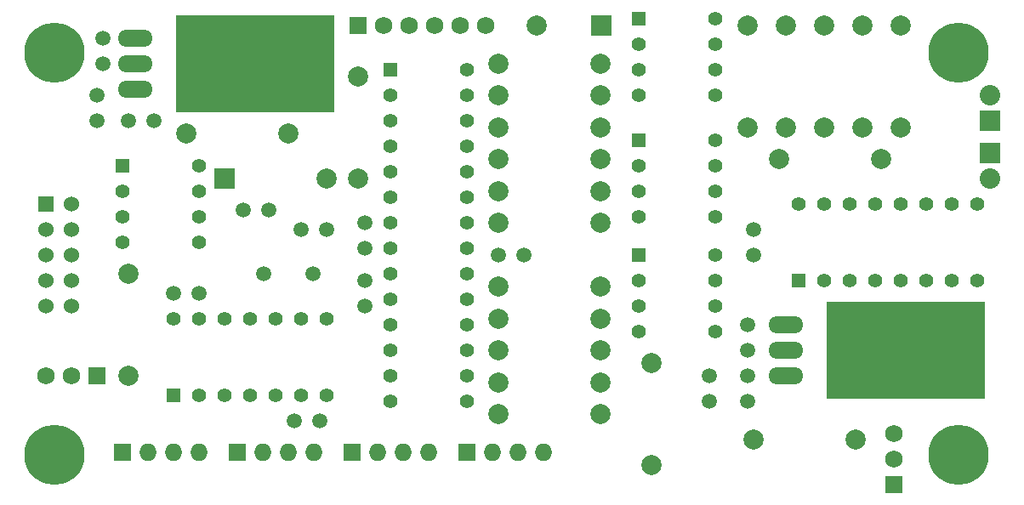
<source format=gts>
%FSLAX34Y34*%
G04 Gerber Fmt 3.4, Leading zero omitted, Abs format*
G04 (created by PCBNEW (2014-jan-25)-product) date Tue 12 Aug 2014 10:31:01 PM PDT*
%MOIN*%
G01*
G70*
G90*
G04 APERTURE LIST*
%ADD10C,0.003937*%
%ADD11C,0.059100*%
%ADD12C,0.078700*%
%ADD13R,0.078700X0.078700*%
%ADD14C,0.236220*%
%ADD15R,0.068000X0.068000*%
%ADD16C,0.068000*%
%ADD17O,0.068000X0.068000*%
%ADD18R,0.080000X0.080000*%
%ADD19O,0.080000X0.080000*%
%ADD20O,0.137800X0.066900*%
%ADD21R,0.620000X0.380000*%
%ADD22R,0.055000X0.055000*%
%ADD23C,0.055000*%
%ADD24R,0.060000X0.060000*%
%ADD25C,0.060000*%
G04 APERTURE END LIST*
G54D10*
G54D11*
X68500Y-52000D03*
X68500Y-53000D03*
X67000Y-54000D03*
X67000Y-55000D03*
X68500Y-54000D03*
X68500Y-55000D03*
X68750Y-48250D03*
X68750Y-49250D03*
X53500Y-50250D03*
X53500Y-51250D03*
X43250Y-40750D03*
X43250Y-41750D03*
X51000Y-48250D03*
X52000Y-48250D03*
X44250Y-44000D03*
X45250Y-44000D03*
X43000Y-44000D03*
X43000Y-43000D03*
X49750Y-47500D03*
X48750Y-47500D03*
X53500Y-48000D03*
X53500Y-49000D03*
X58750Y-49250D03*
X59750Y-49250D03*
X46000Y-50750D03*
X47000Y-50750D03*
X50750Y-55750D03*
X51750Y-55750D03*
G54D12*
X52000Y-46250D03*
G54D13*
X48000Y-46250D03*
G54D14*
X41338Y-41338D03*
X76771Y-41338D03*
X41338Y-57086D03*
X76771Y-57086D03*
G54D15*
X74250Y-58250D03*
G54D16*
X74250Y-57250D03*
X74250Y-56250D03*
G54D15*
X43000Y-54000D03*
G54D16*
X42000Y-54000D03*
X41000Y-54000D03*
G54D15*
X53000Y-57000D03*
G54D17*
X54000Y-57000D03*
X55000Y-57000D03*
X56000Y-57000D03*
G54D15*
X57500Y-57000D03*
G54D17*
X58500Y-57000D03*
X59500Y-57000D03*
X60500Y-57000D03*
G54D18*
X78000Y-45250D03*
G54D19*
X78000Y-46250D03*
G54D18*
X78000Y-44000D03*
G54D19*
X78000Y-43000D03*
G54D15*
X48500Y-57000D03*
G54D17*
X49500Y-57000D03*
X50500Y-57000D03*
X51500Y-57000D03*
G54D15*
X44000Y-57000D03*
G54D17*
X45000Y-57000D03*
X46000Y-57000D03*
X47000Y-57000D03*
G54D12*
X72750Y-56500D03*
X68750Y-56500D03*
X58750Y-41750D03*
X62750Y-41750D03*
X58750Y-43000D03*
X62750Y-43000D03*
X58750Y-44250D03*
X62750Y-44250D03*
X58750Y-45500D03*
X62750Y-45500D03*
X58750Y-46750D03*
X62750Y-46750D03*
X58750Y-48000D03*
X62750Y-48000D03*
X68500Y-40250D03*
X68500Y-44250D03*
X70000Y-40250D03*
X70000Y-44250D03*
X71500Y-40250D03*
X71500Y-44250D03*
X73000Y-40250D03*
X73000Y-44250D03*
X74500Y-40250D03*
X74500Y-44250D03*
X69750Y-45500D03*
X73750Y-45500D03*
X50500Y-44500D03*
X46500Y-44500D03*
X62750Y-50500D03*
X58750Y-50500D03*
X58750Y-51750D03*
X62750Y-51750D03*
X62750Y-53000D03*
X58750Y-53000D03*
X58750Y-54250D03*
X62750Y-54250D03*
X44250Y-50000D03*
X44250Y-54000D03*
X62750Y-55500D03*
X58750Y-55500D03*
X64750Y-57500D03*
X64750Y-53500D03*
X53250Y-46250D03*
X53250Y-42250D03*
G54D13*
X62780Y-40250D03*
G54D12*
X60220Y-40250D03*
G54D20*
X70000Y-53000D03*
X70000Y-52000D03*
X70000Y-54000D03*
G54D21*
X74700Y-53000D03*
G54D22*
X64250Y-40000D03*
G54D23*
X64250Y-41000D03*
X64250Y-42000D03*
X64250Y-43000D03*
X67250Y-43000D03*
X67250Y-42000D03*
X67250Y-41000D03*
X67250Y-40000D03*
G54D22*
X64250Y-44750D03*
G54D23*
X64250Y-45750D03*
X64250Y-46750D03*
X64250Y-47750D03*
X67250Y-47750D03*
X67250Y-46750D03*
X67250Y-45750D03*
X67250Y-44750D03*
G54D22*
X64250Y-49250D03*
G54D23*
X64250Y-50250D03*
X64250Y-51250D03*
X64250Y-52250D03*
X67250Y-52250D03*
X67250Y-51250D03*
X67250Y-50250D03*
X67250Y-49250D03*
G54D20*
X44500Y-41750D03*
X44500Y-40750D03*
X44500Y-42750D03*
G54D21*
X49200Y-41750D03*
G54D22*
X44000Y-45750D03*
G54D23*
X44000Y-46750D03*
X44000Y-47750D03*
X44000Y-48750D03*
X47000Y-48750D03*
X47000Y-47750D03*
X47000Y-46750D03*
X47000Y-45750D03*
G54D11*
X51461Y-50000D03*
X49539Y-50000D03*
G54D24*
X41000Y-47250D03*
G54D25*
X42000Y-47250D03*
X41000Y-48250D03*
X42000Y-48250D03*
X41000Y-49250D03*
X42000Y-49250D03*
X41000Y-50250D03*
X42000Y-50250D03*
X41000Y-51250D03*
X42000Y-51250D03*
G54D15*
X53250Y-40250D03*
G54D16*
X54250Y-40250D03*
X55250Y-40250D03*
X56250Y-40250D03*
X57250Y-40250D03*
X58250Y-40250D03*
G54D22*
X70500Y-50250D03*
G54D23*
X71500Y-50250D03*
X72500Y-50250D03*
X73500Y-50250D03*
X74500Y-50250D03*
X75500Y-50250D03*
X76500Y-50250D03*
X77500Y-50250D03*
X77500Y-47250D03*
X76500Y-47250D03*
X75500Y-47250D03*
X74500Y-47250D03*
X73500Y-47250D03*
X72500Y-47250D03*
X71500Y-47250D03*
X70500Y-47250D03*
X54500Y-43000D03*
X54500Y-44000D03*
X54500Y-45000D03*
X54500Y-46000D03*
X54500Y-47000D03*
X54500Y-48000D03*
X54500Y-49000D03*
X54500Y-50000D03*
X54500Y-51000D03*
X54500Y-52000D03*
X54500Y-53000D03*
X54500Y-54000D03*
X54500Y-55000D03*
G54D22*
X54500Y-42000D03*
G54D23*
X57500Y-55000D03*
X57500Y-54000D03*
X57500Y-53000D03*
X57500Y-52000D03*
X57500Y-51000D03*
X57500Y-50000D03*
X57500Y-49000D03*
X57500Y-48000D03*
X57500Y-47000D03*
X57500Y-46000D03*
X57500Y-45000D03*
X57500Y-44000D03*
X57500Y-43000D03*
X57500Y-42000D03*
G54D22*
X46000Y-54750D03*
G54D23*
X47000Y-54750D03*
X48000Y-54750D03*
X49000Y-54750D03*
X50000Y-54750D03*
X51000Y-54750D03*
X52000Y-54750D03*
X52000Y-51750D03*
X51000Y-51750D03*
X50000Y-51750D03*
X49000Y-51750D03*
X48000Y-51750D03*
X47000Y-51750D03*
X46000Y-51750D03*
M02*

</source>
